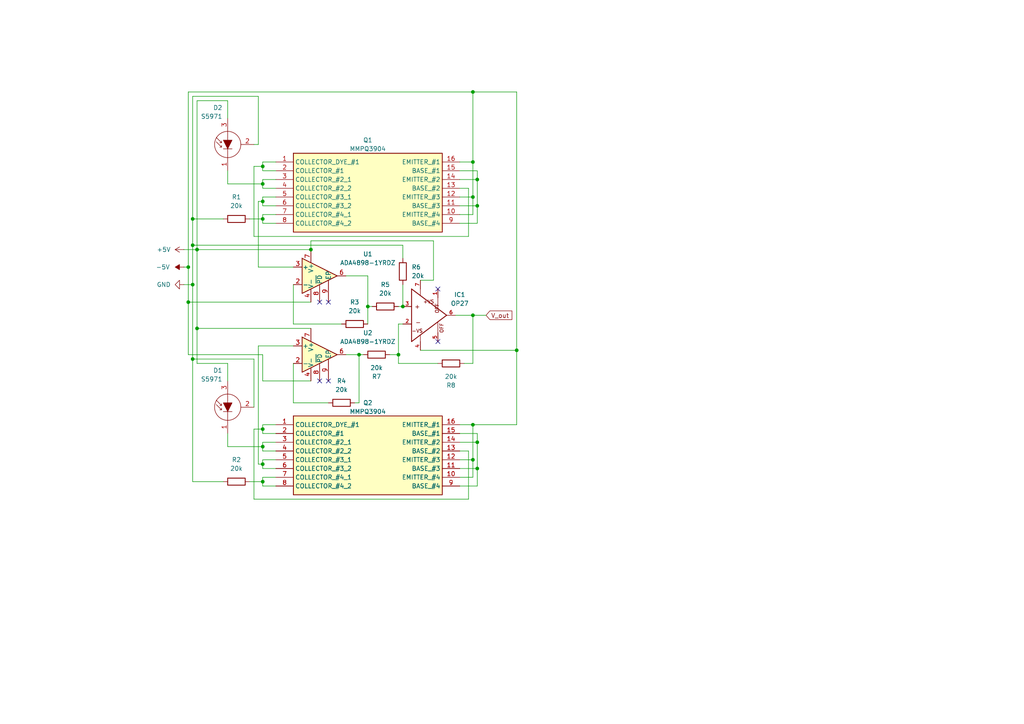
<source format=kicad_sch>
(kicad_sch (version 20231120) (generator "eeschema") (generator_version "8.0")
  (paper "A4")
  (lib_symbols
    (symbol "Amplifier_Operational:ADA4898-1YRDZ" (pin_names (offset 0.127))
      (property "Reference" "U" (at 3.81 3.81 0))
      (property "Value" "ADA4898-1YRDZ" (at 11.43 -2.54 0))
      (symbol "ADA4898-1YRDZ_1_1"
        (polyline (pts (xy -5.08 5.08) (xy 5.08 0) (xy -5.08 -5.08) (xy -5.08 5.08)) (stroke (width 0.254)) (fill (type background)))
        (pin input line (at -7.62 -2.54 0) (length 2.54) (name "-") (number "2"))
        (pin input line (at -7.62 2.54 0) (length 2.54) (name "+") (number "3"))
        (pin power_in line (at -2.54 -7.62 90) (length 3.81) (name "V-") (number "4"))
        (pin output line (at 7.62 0 180) (length 2.54) (name "~") (number "6"))
        (pin power_in line (at -2.54 7.62 270) (length 3.81) (name "V+") (number "7"))
        (pin input line (at 0 -7.62 90) (length 5.08) (name "~{PD}") (number "8"))
        (pin passive line (at 2.54 -7.62 90) (length 6.35) (name "EP") (number "9"))
      )
    )
    (symbol "Device:R" (pin_numbers hide) (pin_names (offset 0))
      (property "Reference" "R" (at 2.032 0 90))
      (property "Value" "R" (at 0 0 90))
      (symbol "R_0_1"
        (rectangle (start -1.016 -2.54) (end 1.016 2.54) (stroke (width 0.254)))
      )
      (symbol "R_1_1"
        (pin passive line (at 0 3.81 270) (length 1.27) (name "~") (number "1"))
        (pin passive line (at 0 -3.81 90) (length 1.27) (name "~") (number "2"))
      )
    )
    (symbol "MMPQ3904:MMPQ3904"
      (property "Reference" "Q" (at 49.53 7.62 0))
      (property "Value" "MMPQ3904" (at 49.53 5.08 0))
      (symbol "MMPQ3904_1_1"
        (rectangle (start 5.08 2.54) (end 48.26 -20.32) (stroke (width 0.254)) (fill (type background)))
        (pin passive line (at 0 0 0) (length 5.08) (name "COLLECTOR_DYE_#1") (number "1"))
        (pin passive line (at 53.34 -15.24 180) (length 5.08) (name "EMITTER_#4") (number "10"))
        (pin passive line (at 53.34 -12.7 180) (length 5.08) (name "BASE_#3") (number "11"))
        (pin passive line (at 53.34 -10.16 180) (length 5.08) (name "EMITTER_#3") (number "12"))
        (pin passive line (at 53.34 -7.62 180) (length 5.08) (name "BASE_#2") (number "13"))
        (pin passive line (at 53.34 -5.08 180) (length 5.08) (name "EMITTER_#2") (number "14"))
        (pin passive line (at 53.34 -2.54 180) (length 5.08) (name "BASE_#1") (number "15"))
        (pin passive line (at 53.34 0 180) (length 5.08) (name "EMITTER_#1") (number "16"))
        (pin passive line (at 0 -2.54 0) (length 5.08) (name "COLLECTOR_#1") (number "2"))
        (pin passive line (at 0 -5.08 0) (length 5.08) (name "COLLECTOR_#2_1") (number "3"))
        (pin passive line (at 0 -7.62 0) (length 5.08) (name "COLLECTOR_#2_2") (number "4"))
        (pin passive line (at 0 -10.16 0) (length 5.08) (name "COLLECTOR_#3_1") (number "5"))
        (pin passive line (at 0 -12.7 0) (length 5.08) (name "COLLECTOR_#3_2") (number "6"))
        (pin passive line (at 0 -15.24 0) (length 5.08) (name "COLLECTOR_#4_1") (number "7"))
        (pin passive line (at 0 -17.78 0) (length 5.08) (name "COLLECTOR_#4_2") (number "8"))
        (pin passive line (at 53.34 -17.78 180) (length 5.08) (name "BASE_#4") (number "9"))
      )
    )
    (symbol "OP27:OP27" (pin_names (offset 1.016))
      (property "Reference" "IC" (at 7.62 2.54 0))
      (property "Value" "OP27" (at 7.62 -3.81 0))
      (symbol "OP27_0_0"
        (polyline (pts (xy -2.54 -7.62) (xy 7.62 0)) (stroke (width 0.254)))
        (polyline (pts (xy -2.54 7.62) (xy -2.54 -7.62)) (stroke (width 0.254)))
        (polyline (pts (xy 0 -7.62) (xy 0 -5.842)) (stroke (width 0.1524)))
        (polyline (pts (xy 0 5.842) (xy 0 7.62)) (stroke (width 0.1524)))
        (polyline (pts (xy 5.08 -5.08) (xy 5.08 -2.032)) (stroke (width 0.1524)))
        (polyline (pts (xy 5.08 5.08) (xy 5.08 2.032)) (stroke (width 0.1524)))
        (polyline (pts (xy 7.62 0) (xy -2.54 7.62)) (stroke (width 0.254)))
        (text "+" (at -1.778 1.778 0) (effects (font (size 1.27 1.27)) (justify left bottom)))
        (text "+VS" (at 0.762 3.937 0) (effects (font (size 1.016 1.016)) (justify left)))
        (text "-" (at -1.524 -2.794 0) (effects (font (size 1.27 1.27)) (justify left bottom)))
        (text "-VS" (at 0.762 -3.937 0) (effects (font (size 1.016 1.016)) (justify right top)))
        (text "OFF" (at 5.461 2.032 900) (effects (font (size 1.016 1.016)) (justify bottom)))
        (text "OFF" (at 5.588 -2.159 900) (effects (font (size 1.016 1.016)) (justify right top)))
        (pin passive line (at 5.08 7.62 270) (length 2.54) (name "~") (number "1"))
        (pin input line (at -5.08 -2.54 0) (length 2.54) (name "~") (number "2"))
        (pin input line (at -5.08 2.54 0) (length 2.54) (name "~") (number "3"))
        (pin input line (at 0 -10.16 90) (length 2.54) (name "~") (number "4"))
        (pin passive line (at 5.08 -7.62 90) (length 2.54) (name "~") (number "5"))
        (pin output line (at 10.16 0 180) (length 2.54) (name "~") (number "6"))
        (pin input line (at 0 10.16 270) (length 2.54) (name "~") (number "7"))
      )
    )
    (symbol "Sensor_Optical:S5971" (pin_names (offset 0.254) hide)
      (property "Reference" "D" (at 2.54 -5.08 0))
      (property "Value" "S5971" (at 5.08 5.08 0))
      (symbol "S5971_0_0"
        (pin passive line (at 0 -7.62 90) (length 3.81) (name "C") (number "2"))
      )
      (symbol "S5971_0_1"
        (polyline (pts (xy -1.27 0) (xy -3.81 0)))
        (polyline (pts (xy -1.27 1.27) (xy -1.27 -1.27)) (stroke (width 0.1524)))
        (polyline (pts (xy -0.762 1.778) (xy -0.254 1.778)))
        (polyline (pts (xy 3.81 0) (xy 1.27 0)))
        (polyline (pts (xy 0.762 3.302) (xy -0.762 1.778) (xy -0.762 2.286)))
        (polyline (pts (xy -1.27 0) (xy 1.27 1.27) (xy 1.27 -1.27) (xy -1.27 0)) (fill (type outline)))
        (polyline (pts (xy 2.032 3.302) (xy 0.508 1.778) (xy 0.508 2.286) (xy 0.508 1.778) (xy 1.016 1.778)))
        (circle (center 0 0) (radius 3.81))
      )
      (symbol "S5971_1_1"
        (pin passive line (at -7.62 0 0) (length 3.81) (name "K") (number "1"))
        (pin passive line (at 7.62 0 180) (length 3.81) (name "A") (number "3"))
      )
    )
    (symbol "power:+5V" (power) (pin_numbers hide) (pin_names (offset 0) hide)
      (property "Value" "+5V" (at 0 3.556 0))
      (symbol "+5V_0_1"
        (polyline (pts (xy -0.762 1.27) (xy 0 2.54)))
        (polyline (pts (xy 0 0) (xy 0 2.54)))
        (polyline (pts (xy 0 2.54) (xy 0.762 1.27)))
      )
      (symbol "+5V_1_1"
        (pin power_in line (at 0 0 90) (length 0) (name "~") (number "1"))
      )
    )
    (symbol "power:-5V" (power) (pin_numbers hide) (pin_names (offset 0) hide)
      (property "Value" "-5V" (at 0 3.556 0))
      (symbol "-5V_0_0"
        (pin power_in line (at 0 0 90) (length 0) (name "~") (number "1"))
      )
      (symbol "-5V_0_1"
        (polyline (pts (xy 0 0) (xy 0 1.27) (xy 0.762 1.27) (xy 0 2.54) (xy -0.762 1.27) (xy 0 1.27)) (fill (type outline)))
      )
    )
    (symbol "power:GND" (power) (pin_numbers hide) (pin_names (offset 0) hide)
      (property "Value" "GND" (at 0 -3.81 0))
      (symbol "GND_0_1"
        (polyline (pts (xy 0 0) (xy 0 -1.27) (xy 1.27 -1.27) (xy 0 -2.54) (xy -1.27 -1.27) (xy 0 -1.27)))
      )
      (symbol "GND_1_1"
        (pin power_in line (at 0 0 270) (length 0) (name "~") (number "1"))
      )
    )
  )
  (junction (at 116.84 88.9))
  (junction (at 76.2 58.42))
  (junction (at 54.61 77.47))
  (junction (at 57.15 95.25))
  (junction (at 115.57 102.87))
  (junction (at 76.2 124.46))
  (junction (at 138.43 135.89))
  (junction (at 55.88 82.55))
  (junction (at 76.2 48.26))
  (junction (at 76.2 53.34))
  (junction (at 137.16 26.67))
  (junction (at 76.2 139.7))
  (junction (at 104.14 102.87))
  (junction (at 137.16 123.19))
  (junction (at 137.16 91.44))
  (junction (at 55.88 63.5))
  (junction (at 137.16 133.35))
  (junction (at 55.88 71.12))
  (junction (at 76.2 63.5))
  (junction (at 149.86 101.6))
  (junction (at 138.43 52.07))
  (junction (at 76.2 134.62))
  (junction (at 76.2 129.54))
  (junction (at 57.15 72.39))
  (junction (at 106.68 88.9))
  (junction (at 137.16 46.99))
  (junction (at 138.43 128.27))
  (junction (at 54.61 87.63))
  (junction (at 138.43 59.69))
  (junction (at 90.17 72.39))
  (junction (at 137.16 57.15))
  (junction (at 55.88 104.14))
  (no_connect (at 95.25 87.63))
  (no_connect (at 127 99.06))
  (no_connect (at 92.71 110.49))
  (no_connect (at 92.71 87.63))
  (no_connect (at 95.25 110.49))
  (no_connect (at 127 83.82))
  (wire (pts (xy 80.01 125.73) (xy 76.2 125.73)))
  (wire (pts (xy 76.2 58.42) (xy 76.2 59.69)))
  (wire (pts (xy 76.2 102.87) (xy 76.2 110.49)))
  (wire (pts (xy 66.04 53.34) (xy 76.2 53.34)))
  (wire (pts (xy 137.16 26.67) (xy 149.86 26.67)))
  (wire (pts (xy 76.2 48.26) (xy 73.66 48.26)))
  (wire (pts (xy 85.09 82.55) (xy 85.09 93.98)))
  (wire (pts (xy 76.2 54.61) (xy 80.01 54.61)))
  (wire (pts (xy 66.04 49.53) (xy 66.04 53.34)))
  (wire (pts (xy 73.66 41.91) (xy 74.93 41.91)))
  (wire (pts (xy 133.35 125.73) (xy 138.43 125.73)))
  (wire (pts (xy 121.92 81.28) (xy 125.73 81.28)))
  (wire (pts (xy 73.66 48.26) (xy 73.66 68.58)))
  (wire (pts (xy 53.34 72.39) (xy 57.15 72.39)))
  (wire (pts (xy 137.16 123.19) (xy 137.16 133.35)))
  (wire (pts (xy 76.2 48.26) (xy 76.2 46.99)))
  (wire (pts (xy 73.66 118.11) (xy 73.66 104.14)))
  (wire (pts (xy 138.43 52.07) (xy 138.43 59.69)))
  (wire (pts (xy 76.2 53.34) (xy 76.2 54.61)))
  (wire (pts (xy 135.89 68.58) (xy 135.89 54.61)))
  (wire (pts (xy 76.2 124.46) (xy 73.66 124.46)))
  (wire (pts (xy 133.35 135.89) (xy 138.43 135.89)))
  (wire (pts (xy 80.01 138.43) (xy 76.2 138.43)))
  (wire (pts (xy 149.86 26.67) (xy 149.86 101.6)))
  (wire (pts (xy 104.14 102.87) (xy 104.14 116.84)))
  (wire (pts (xy 106.68 88.9) (xy 107.95 88.9)))
  (wire (pts (xy 54.61 77.47) (xy 54.61 87.63)))
  (wire (pts (xy 100.33 102.87) (xy 104.14 102.87)))
  (wire (pts (xy 85.09 77.47) (xy 74.93 77.47)))
  (wire (pts (xy 135.89 54.61) (xy 133.35 54.61)))
  (wire (pts (xy 133.35 123.19) (xy 137.16 123.19)))
  (wire (pts (xy 76.2 110.49) (xy 90.17 110.49)))
  (wire (pts (xy 54.61 87.63) (xy 90.17 87.63)))
  (wire (pts (xy 55.88 82.55) (xy 55.88 104.14)))
  (wire (pts (xy 76.2 138.43) (xy 76.2 139.7)))
  (wire (pts (xy 76.2 62.23) (xy 76.2 63.5)))
  (wire (pts (xy 137.16 91.44) (xy 140.97 91.44)))
  (wire (pts (xy 133.35 46.99) (xy 137.16 46.99)))
  (wire (pts (xy 133.35 52.07) (xy 138.43 52.07)))
  (wire (pts (xy 135.89 144.78) (xy 135.89 130.81)))
  (wire (pts (xy 74.93 58.42) (xy 76.2 58.42)))
  (wire (pts (xy 102.87 116.84) (xy 104.14 116.84)))
  (wire (pts (xy 55.88 63.5) (xy 55.88 71.12)))
  (wire (pts (xy 133.35 138.43) (xy 137.16 138.43)))
  (wire (pts (xy 80.01 52.07) (xy 76.2 52.07)))
  (wire (pts (xy 125.73 69.85) (xy 90.17 69.85)))
  (wire (pts (xy 57.15 105.41) (xy 66.04 105.41)))
  (wire (pts (xy 76.2 139.7) (xy 76.2 140.97)))
  (wire (pts (xy 133.35 140.97) (xy 138.43 140.97)))
  (wire (pts (xy 80.01 62.23) (xy 76.2 62.23)))
  (wire (pts (xy 73.66 68.58) (xy 135.89 68.58)))
  (wire (pts (xy 54.61 102.87) (xy 76.2 102.87)))
  (wire (pts (xy 115.57 93.98) (xy 116.84 93.98)))
  (wire (pts (xy 57.15 29.21) (xy 57.15 72.39)))
  (wire (pts (xy 76.2 63.5) (xy 76.2 64.77)))
  (wire (pts (xy 90.17 69.85) (xy 90.17 72.39)))
  (wire (pts (xy 53.34 82.55) (xy 55.88 82.55)))
  (wire (pts (xy 66.04 34.29) (xy 66.04 29.21)))
  (wire (pts (xy 85.09 105.41) (xy 85.09 116.84)))
  (wire (pts (xy 85.09 93.98) (xy 99.06 93.98)))
  (wire (pts (xy 76.2 52.07) (xy 76.2 53.34)))
  (wire (pts (xy 137.16 105.41) (xy 137.16 91.44)))
  (wire (pts (xy 73.66 144.78) (xy 135.89 144.78)))
  (wire (pts (xy 76.2 134.62) (xy 76.2 135.89)))
  (wire (pts (xy 76.2 124.46) (xy 76.2 123.19)))
  (wire (pts (xy 55.88 27.94) (xy 55.88 63.5)))
  (wire (pts (xy 133.35 64.77) (xy 138.43 64.77)))
  (wire (pts (xy 74.93 134.62) (xy 74.93 100.33)))
  (wire (pts (xy 80.01 133.35) (xy 76.2 133.35)))
  (wire (pts (xy 55.88 104.14) (xy 73.66 104.14)))
  (wire (pts (xy 149.86 123.19) (xy 137.16 123.19)))
  (wire (pts (xy 76.2 140.97) (xy 80.01 140.97)))
  (wire (pts (xy 137.16 133.35) (xy 137.16 138.43)))
  (wire (pts (xy 80.01 57.15) (xy 76.2 57.15)))
  (wire (pts (xy 138.43 125.73) (xy 138.43 128.27)))
  (wire (pts (xy 76.2 123.19) (xy 80.01 123.19)))
  (wire (pts (xy 76.2 125.73) (xy 76.2 124.46)))
  (wire (pts (xy 115.57 88.9) (xy 116.84 88.9)))
  (wire (pts (xy 76.2 129.54) (xy 76.2 130.81)))
  (wire (pts (xy 100.33 80.01) (xy 106.68 80.01)))
  (wire (pts (xy 66.04 29.21) (xy 57.15 29.21)))
  (wire (pts (xy 57.15 95.25) (xy 90.17 95.25)))
  (wire (pts (xy 76.2 134.62) (xy 74.93 134.62)))
  (wire (pts (xy 133.35 57.15) (xy 137.16 57.15)))
  (wire (pts (xy 53.34 77.47) (xy 54.61 77.47)))
  (wire (pts (xy 55.88 104.14) (xy 55.88 139.7)))
  (wire (pts (xy 76.2 133.35) (xy 76.2 134.62)))
  (wire (pts (xy 74.93 41.91) (xy 74.93 27.94)))
  (wire (pts (xy 115.57 102.87) (xy 115.57 93.98)))
  (wire (pts (xy 133.35 133.35) (xy 137.16 133.35)))
  (wire (pts (xy 57.15 72.39) (xy 90.17 72.39)))
  (wire (pts (xy 133.35 62.23) (xy 137.16 62.23)))
  (wire (pts (xy 74.93 77.47) (xy 74.93 58.42)))
  (wire (pts (xy 76.2 57.15) (xy 76.2 58.42)))
  (wire (pts (xy 76.2 135.89) (xy 80.01 135.89)))
  (wire (pts (xy 73.66 124.46) (xy 73.66 144.78)))
  (wire (pts (xy 76.2 64.77) (xy 80.01 64.77)))
  (wire (pts (xy 113.03 102.87) (xy 115.57 102.87)))
  (wire (pts (xy 149.86 101.6) (xy 121.92 101.6)))
  (wire (pts (xy 149.86 101.6) (xy 149.86 123.19)))
  (wire (pts (xy 55.88 139.7) (xy 64.77 139.7)))
  (wire (pts (xy 76.2 46.99) (xy 80.01 46.99)))
  (wire (pts (xy 132.08 91.44) (xy 137.16 91.44)))
  (wire (pts (xy 55.88 63.5) (xy 64.77 63.5)))
  (wire (pts (xy 104.14 102.87) (xy 105.41 102.87)))
  (wire (pts (xy 138.43 135.89) (xy 138.43 140.97)))
  (wire (pts (xy 133.35 49.53) (xy 138.43 49.53)))
  (wire (pts (xy 133.35 128.27) (xy 138.43 128.27)))
  (wire (pts (xy 66.04 105.41) (xy 66.04 110.49)))
  (wire (pts (xy 134.62 105.41) (xy 137.16 105.41)))
  (wire (pts (xy 72.39 139.7) (xy 76.2 139.7)))
  (wire (pts (xy 80.01 49.53) (xy 76.2 49.53)))
  (wire (pts (xy 137.16 26.67) (xy 137.16 46.99)))
  (wire (pts (xy 74.93 27.94) (xy 55.88 27.94)))
  (wire (pts (xy 80.01 128.27) (xy 76.2 128.27)))
  (wire (pts (xy 54.61 87.63) (xy 54.61 102.87)))
  (wire (pts (xy 106.68 80.01) (xy 106.68 88.9)))
  (wire (pts (xy 72.39 63.5) (xy 76.2 63.5)))
  (wire (pts (xy 116.84 71.12) (xy 55.88 71.12)))
  (wire (pts (xy 125.73 81.28) (xy 125.73 69.85)))
  (wire (pts (xy 76.2 128.27) (xy 76.2 129.54)))
  (wire (pts (xy 76.2 49.53) (xy 76.2 48.26)))
  (wire (pts (xy 57.15 72.39) (xy 57.15 95.25)))
  (wire (pts (xy 74.93 100.33) (xy 85.09 100.33)))
  (wire (pts (xy 55.88 71.12) (xy 55.88 82.55)))
  (wire (pts (xy 133.35 59.69) (xy 138.43 59.69)))
  (wire (pts (xy 57.15 95.25) (xy 57.15 105.41)))
  (wire (pts (xy 138.43 49.53) (xy 138.43 52.07)))
  (wire (pts (xy 138.43 128.27) (xy 138.43 135.89)))
  (wire (pts (xy 76.2 130.81) (xy 80.01 130.81)))
  (wire (pts (xy 66.04 129.54) (xy 76.2 129.54)))
  (wire (pts (xy 137.16 26.67) (xy 54.61 26.67)))
  (wire (pts (xy 137.16 57.15) (xy 137.16 62.23)))
  (wire (pts (xy 76.2 59.69) (xy 80.01 59.69)))
  (wire (pts (xy 137.16 46.99) (xy 137.16 57.15)))
  (wire (pts (xy 85.09 116.84) (xy 95.25 116.84)))
  (wire (pts (xy 115.57 105.41) (xy 115.57 102.87)))
  (wire (pts (xy 116.84 82.55) (xy 116.84 88.9)))
  (wire (pts (xy 54.61 26.67) (xy 54.61 77.47)))
  (wire (pts (xy 66.04 125.73) (xy 66.04 129.54)))
  (wire (pts (xy 135.89 130.81) (xy 133.35 130.81)))
  (wire (pts (xy 116.84 74.93) (xy 116.84 71.12)))
  (wire (pts (xy 106.68 88.9) (xy 106.68 93.98)))
  (wire (pts (xy 138.43 59.69) (xy 138.43 64.77)))
  (wire (pts (xy 115.57 105.41) (xy 127 105.41)))
  (global_label "V_out" (shape input) (at 140.97 91.44 0) (property "Intersheetrefs" "${INTERSHEET_REFS}" (effects (hide yes))))
  (symbol (lib_id "Device:R") (at 68.58 63.5 270) (unit 1)
    (property "Reference" "R1" (at 68.58 57.15 90))
    (property "Value" "20k" (at 68.58 59.69 90))
    (property "Description" "Resistor" (effects (hide yes)))
  )
  (symbol (lib_id "power:+5V") (at 53.34 72.39 90) (unit 1)
    (property "Reference" "#PWR01" (effects (hide yes)))
    (property "Value" "+5V" (at 49.53 72.3899 90) (effects (justify left)))
    (property "Description" "Power symbol creates a global label with name \"+5V\"" (effects (hide yes)))
  )
  (symbol (lib_id "MMPQ3904:MMPQ3904") (at 80.01 123.19 0) (unit 1)
    (property "Reference" "Q2" (at 106.68 116.84 0))
    (property "Value" "MMPQ3904" (at 106.68 119.38 0))
    (property "Footprint" "SOIC127P600X175-16N" (effects (hide yes)))
    (property "Datasheet" "http://www.onsemi.com/pub_link/Collateral/MMPQ3904-D.PDF" (effects (hide yes)))
    (property "Description" "ON Semi MMPQ3904 Quad NPN Transistor, 200 mA, 40 V, 16-Pin SOIC" (effects (hide yes)))
    (property "Height" "1.75" (effects (hide yes)))
    (property "Mouser Part Number" "512-MMPQ3904" (effects (hide yes)))
    (property "Mouser Price/Stock" "https://www.mouser.co.uk/ProductDetail/onsemi-Fairchild/MMPQ3904?qs=SSucg2PyLi5H3QPy2I7RHw%3D%3D" (effects (hide yes)))
    (property "Manufacturer_Name" "onsemi" (effects (hide yes)))
    (property "Manufacturer_Part_Number" "MMPQ3904" (effects (hide yes)))
  )
  (symbol (lib_id "power:GND") (at 53.34 82.55 270) (unit 1)
    (property "Reference" "#PWR03" (effects (hide yes)))
    (property "Value" "GND" (at 49.53 82.5499 90) (effects (justify right)))
    (property "Description" "Power symbol creates a global label with name \"GND\" , ground" (effects (hide yes)))
  )
  (symbol (lib_id "power:-5V") (at 53.34 77.47 90) (unit 1)
    (property "Reference" "#PWR02" (effects (hide yes)))
    (property "Value" "-5V" (at 47.244 77.47 90))
    (property "Description" "Power symbol creates a global label with name \"-5V\"" (effects (hide yes)))
  )
  (symbol (lib_id "Device:R") (at 109.22 102.87 90) (mirror x) (unit 1)
    (property "Reference" "R7" (at 109.22 109.22 90))
    (property "Value" "20k" (at 109.22 106.68 90))
    (property "Description" "Resistor" (effects (hide yes)))
  )
  (symbol (lib_id "Device:R") (at 116.84 78.74 0) (unit 1)
    (property "Reference" "R6" (at 119.38 77.4699 0) (effects (justify left)))
    (property "Value" "20k" (at 119.38 80.0099 0) (effects (justify left)))
    (property "Description" "Resistor" (effects (hide yes)))
  )
  (symbol (lib_id "Device:R") (at 111.76 88.9 270) (unit 1)
    (property "Reference" "R5" (at 111.76 82.55 90))
    (property "Value" "20k" (at 111.76 85.09 90))
    (property "Description" "Resistor" (effects (hide yes)))
  )
  (symbol (lib_id "Amplifier_Operational:ADA4898-1YRDZ") (at 92.71 102.87 0) (unit 1)
    (property "Reference" "U2" (at 106.68 96.5514 0))
    (property "Value" "ADA4898-1YRDZ" (at 106.68 99.0914 0))
    (property "Footprint" "Package_SO:SOIC-8-1EP_3.9x4.9mm_P1.27mm_EP2.29x3mm" (effects (hide yes)))
    (property "Datasheet" "https://www.analog.com/media/en/technical-documentation/data-sheets/ada4898-1_4898-2.pdf" (effects (hide yes)))
    (property "Description" "High Voltage, Low Noise, Low Distortion, Unity-Gain Stable, High Speed Op Amp, SOIC-8" (effects (hide yes)))
  )
  (symbol (lib_id "MMPQ3904:MMPQ3904") (at 80.01 46.99 0) (unit 1)
    (property "Reference" "Q1" (at 106.68 40.64 0))
    (property "Value" "MMPQ3904" (at 106.68 43.18 0))
    (property "Footprint" "SOIC127P600X175-16N" (effects (hide yes)))
    (property "Datasheet" "http://www.onsemi.com/pub_link/Collateral/MMPQ3904-D.PDF" (effects (hide yes)))
    (property "Description" "ON Semi MMPQ3904 Quad NPN Transistor, 200 mA, 40 V, 16-Pin SOIC" (effects (hide yes)))
    (property "Height" "1.75" (effects (hide yes)))
    (property "Mouser Part Number" "512-MMPQ3904" (effects (hide yes)))
    (property "Mouser Price/Stock" "https://www.mouser.co.uk/ProductDetail/onsemi-Fairchild/MMPQ3904?qs=SSucg2PyLi5H3QPy2I7RHw%3D%3D" (effects (hide yes)))
    (property "Manufacturer_Name" "onsemi" (effects (hide yes)))
    (property "Manufacturer_Part_Number" "MMPQ3904" (effects (hide yes)))
  )
  (symbol (lib_id "OP27:OP27") (at 121.92 91.44 0) (unit 1)
    (property "Reference" "IC1" (at 133.35 85.4708 0))
    (property "Value" "OP27" (at 133.35 88.0108 0))
    (property "Footprint" "OP27:DIL08" (effects (hide yes)))
    (property "MF" "Analog Devices, Inc." (effects (hide yes)))
    (property "Description_1" "\n                        \n                            Op Amp Dual High Output Current Amplifier R-R I/O ±6V/12V 8-Pin SOIC N Tube\n                        \n" (effects (hide yes)))
    (property "Package" "None" (effects (hide yes)))
    (property "Price" "None" (effects (hide yes)))
    (property "SnapEDA_Link" "https://www.snapeda.com/parts/OP27/Analog+Devices/view-part/?ref=snap" (effects (hide yes)))
    (property "MP" "OP27" (effects (hide yes)))
    (property "Availability" "In Stock" (effects (hide yes)))
    (property "Check_prices" "https://www.snapeda.com/parts/OP27/Analog+Devices/view-part/?ref=eda" (effects (hide yes)))
  )
  (symbol (lib_id "Sensor_Optical:S5971") (at 66.04 118.11 90) (unit 1)
    (property "Reference" "D1" (at 64.516 107.442 90) (effects (justify left)))
    (property "Value" "S5971" (at 64.516 109.982 90) (effects (justify left)))
    (property "Footprint" "Package_TO_SOT_THT:TO-18-3" (effects (hide yes)))
    (property "Datasheet" "https://www.hamamatsu.com/resources/pdf/ssd/s5971_etc_kpin1025e.pdf" (effects (hide yes)))
    (property "Description" "Si PIN Photodiode, 0.1 GHz, TO-18-3" (effects (hide yes)))
  )
  (symbol (lib_id "Sensor_Optical:S5971") (at 66.04 41.91 90) (unit 1)
    (property "Reference" "D2" (at 64.516 31.242 90) (effects (justify left)))
    (property "Value" "S5971" (at 64.516 33.782 90) (effects (justify left)))
    (property "Footprint" "Package_TO_SOT_THT:TO-18-3" (effects (hide yes)))
    (property "Datasheet" "https://www.hamamatsu.com/resources/pdf/ssd/s5971_etc_kpin1025e.pdf" (effects (hide yes)))
    (property "Description" "Si PIN Photodiode, 0.1 GHz, TO-18-3" (effects (hide yes)))
  )
  (symbol (lib_id "Amplifier_Operational:ADA4898-1YRDZ") (at 92.71 80.01 0) (unit 1)
    (property "Reference" "U1" (at 106.68 73.6914 0))
    (property "Value" "ADA4898-1YRDZ" (at 106.68 76.2314 0))
    (property "Footprint" "Package_SO:SOIC-8-1EP_3.9x4.9mm_P1.27mm_EP2.29x3mm" (effects (hide yes)))
    (property "Datasheet" "https://www.analog.com/media/en/technical-documentation/data-sheets/ada4898-1_4898-2.pdf" (effects (hide yes)))
    (property "Description" "High Voltage, Low Noise, Low Distortion, Unity-Gain Stable, High Speed Op Amp, SOIC-8" (effects (hide yes)))
  )
  (symbol (lib_id "Device:R") (at 130.81 105.41 270) (mirror x) (unit 1)
    (property "Reference" "R8" (at 130.81 111.76 90))
    (property "Value" "20k" (at 130.81 109.22 90))
    (property "Description" "Resistor" (effects (hide yes)))
  )
  (symbol (lib_id "Device:R") (at 99.06 116.84 270) (unit 1)
    (property "Reference" "R4" (at 99.06 110.49 90))
    (property "Value" "20k" (at 99.06 113.03 90))
    (property "Description" "Resistor" (effects (hide yes)))
  )
  (symbol (lib_id "Device:R") (at 102.87 93.98 270) (unit 1)
    (property "Reference" "R3" (at 102.87 87.63 90))
    (property "Value" "20k" (at 102.87 90.17 90))
    (property "Description" "Resistor" (effects (hide yes)))
  )
  (symbol (lib_id "Device:R") (at 68.58 139.7 270) (unit 1)
    (property "Reference" "R2" (at 68.58 133.35 90))
    (property "Value" "20k" (at 68.58 135.89 90))
    (property "Description" "Resistor" (effects (hide yes)))
  )
)
</source>
